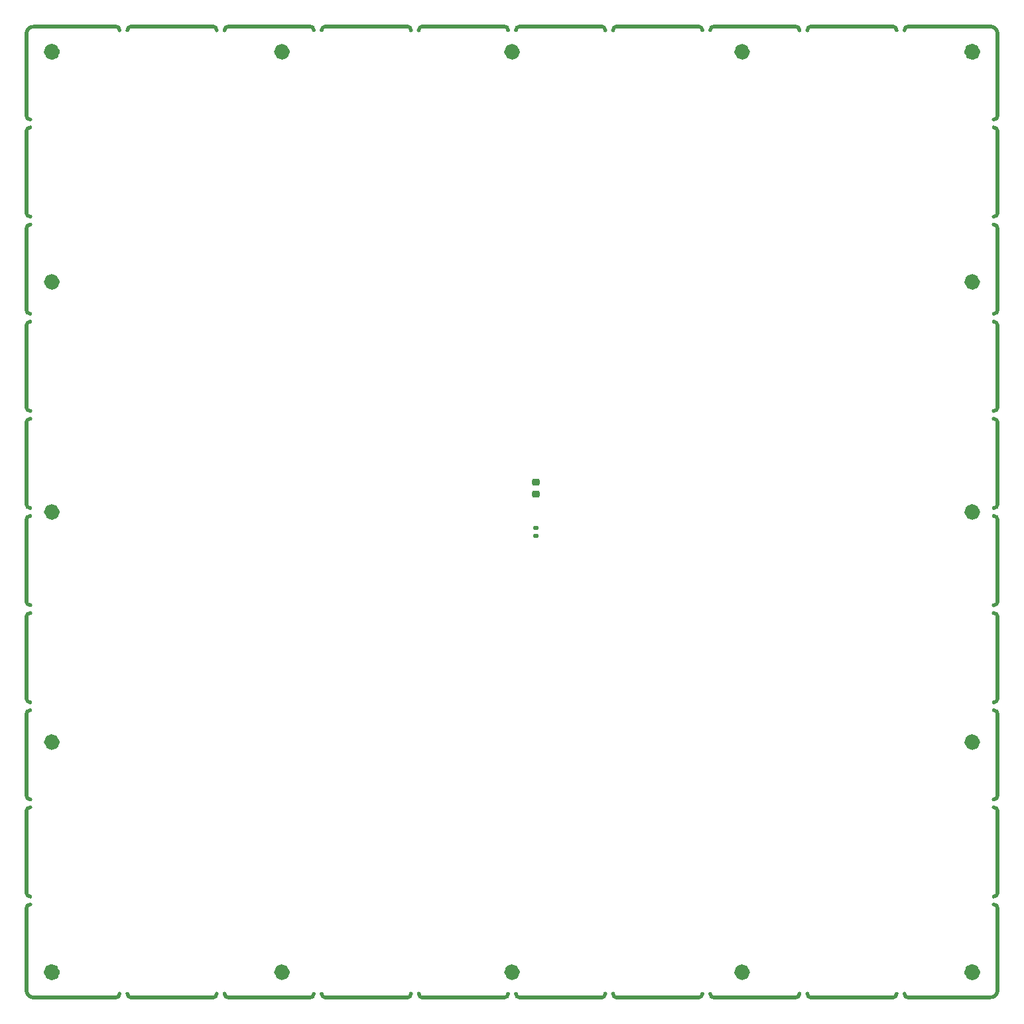
<source format=gtp>
G04 #@! TF.GenerationSoftware,KiCad,Pcbnew,7.0.9-7.0.9~ubuntu23.04.1*
G04 #@! TF.CreationDate,2024-01-10T16:39:01+00:00*
G04 #@! TF.ProjectId,stencil,7374656e-6369-46c2-9e6b-696361645f70,rev?*
G04 #@! TF.SameCoordinates,Original*
G04 #@! TF.FileFunction,Paste,Top*
G04 #@! TF.FilePolarity,Positive*
%FSLAX46Y46*%
G04 Gerber Fmt 4.6, Leading zero omitted, Abs format (unit mm)*
G04 Created by KiCad (PCBNEW 7.0.9-7.0.9~ubuntu23.04.1) date 2024-01-10 16:39:01*
%MOMM*%
%LPD*%
G01*
G04 APERTURE LIST*
G04 Aperture macros list*
%AMRoundRect*
0 Rectangle with rounded corners*
0 $1 Rounding radius*
0 $2 $3 $4 $5 $6 $7 $8 $9 X,Y pos of 4 corners*
0 Add a 4 corners polygon primitive as box body*
4,1,4,$2,$3,$4,$5,$6,$7,$8,$9,$2,$3,0*
0 Add four circle primitives for the rounded corners*
1,1,$1+$1,$2,$3*
1,1,$1+$1,$4,$5*
1,1,$1+$1,$6,$7*
1,1,$1+$1,$8,$9*
0 Add four rect primitives between the rounded corners*
20,1,$1+$1,$2,$3,$4,$5,0*
20,1,$1+$1,$4,$5,$6,$7,0*
20,1,$1+$1,$6,$7,$8,$9,0*
20,1,$1+$1,$8,$9,$2,$3,0*%
G04 Aperture macros list end*
%ADD10C,0.500000*%
%ADD11C,1.000000*%
%ADD12C,1.050000*%
%ADD13RoundRect,0.218750X0.256250X-0.218750X0.256250X0.218750X-0.256250X0.218750X-0.256250X-0.218750X0*%
%ADD14RoundRect,0.135000X-0.185000X0.135000X-0.185000X-0.135000X0.185000X-0.135000X0.185000X0.135000X0*%
G04 APERTURE END LIST*
D10*
X78700000Y-26900000D02*
X89100000Y-26900000D01*
X165500000Y-150900000D02*
X175900000Y-150900000D01*
X201700000Y-27900000D02*
G75*
G03*
X200700000Y-26900000I-1000000J0D01*
G01*
X77700000Y-112700000D02*
G75*
G03*
X78200000Y-113200000I500000J0D01*
G01*
D11*
X81450000Y-88900000D02*
G75*
G03*
X81450000Y-88900000I-500000J0D01*
G01*
D10*
X201700000Y-77500000D02*
G75*
G03*
X201200000Y-77000000I-500000J0D01*
G01*
X201200000Y-88400000D02*
G75*
G03*
X201700000Y-87900000I0J500000D01*
G01*
X77700000Y-52700000D02*
X77700000Y-63100000D01*
X77700000Y-40300000D02*
X77700000Y-50700000D01*
X115900000Y-26900000D02*
X126300000Y-26900000D01*
X177400000Y-150400000D02*
G75*
G03*
X177900000Y-150900000I500000J0D01*
G01*
X200700000Y-150900000D02*
G75*
G03*
X201700000Y-149900000I0J1000000D01*
G01*
D12*
X81475000Y-30150000D02*
G75*
G03*
X81475000Y-30150000I-525000J0D01*
G01*
D11*
X110825000Y-147650000D02*
G75*
G03*
X110825000Y-147650000I-500000J0D01*
G01*
D10*
X78700000Y-150900000D02*
X89100000Y-150900000D01*
X201200000Y-125600000D02*
G75*
G03*
X201700000Y-125100000I0J500000D01*
G01*
X77700000Y-65100000D02*
X77700000Y-75500000D01*
X177900000Y-26900000D02*
G75*
G03*
X177400000Y-27400000I0J-500000D01*
G01*
X77700000Y-77500000D02*
X77700000Y-87900000D01*
X126800000Y-27400000D02*
G75*
G03*
X126300000Y-26900000I-500000J0D01*
G01*
X77700000Y-114700000D02*
X77700000Y-125100000D01*
X201700000Y-65100000D02*
G75*
G03*
X201200000Y-64600000I-500000J0D01*
G01*
X201200000Y-63600000D02*
G75*
G03*
X201700000Y-63100000I0J500000D01*
G01*
X201700000Y-40300000D02*
G75*
G03*
X201200000Y-39800000I-500000J0D01*
G01*
X190300000Y-150900000D02*
X200700000Y-150900000D01*
X152600000Y-150400000D02*
G75*
G03*
X153100000Y-150900000I500000J0D01*
G01*
X103000000Y-150400000D02*
G75*
G03*
X103500000Y-150900000I500000J0D01*
G01*
X90600000Y-150400000D02*
G75*
G03*
X91100000Y-150900000I500000J0D01*
G01*
X201700000Y-77500000D02*
X201700000Y-87900000D01*
X163500000Y-150900000D02*
G75*
G03*
X164000000Y-150400000I0J500000D01*
G01*
X78200000Y-89400000D02*
G75*
G03*
X77700000Y-89900000I0J-500000D01*
G01*
X201700000Y-127100000D02*
X201700000Y-137500000D01*
X201700000Y-102300000D02*
G75*
G03*
X201200000Y-101800000I-500000J0D01*
G01*
X201700000Y-139500000D02*
X201700000Y-149900000D01*
X153100000Y-150900000D02*
X163500000Y-150900000D01*
X165000000Y-150400000D02*
G75*
G03*
X165500000Y-150900000I500000J0D01*
G01*
X201700000Y-40300000D02*
X201700000Y-50700000D01*
X77700000Y-149900000D02*
G75*
G03*
X78700000Y-150900000I1000000J0D01*
G01*
X103500000Y-26900000D02*
X113900000Y-26900000D01*
X201200000Y-100800000D02*
G75*
G03*
X201700000Y-100300000I0J500000D01*
G01*
D12*
X198975000Y-30150000D02*
G75*
G03*
X198975000Y-30150000I-525000J0D01*
G01*
D10*
X201200000Y-113200000D02*
G75*
G03*
X201700000Y-112700000I0J500000D01*
G01*
X77700000Y-137500000D02*
G75*
G03*
X78200000Y-138000000I500000J0D01*
G01*
X153100000Y-26900000D02*
X163500000Y-26900000D01*
X201700000Y-52700000D02*
X201700000Y-63100000D01*
X78200000Y-139000000D02*
G75*
G03*
X77700000Y-139500000I0J-500000D01*
G01*
X176400000Y-27400000D02*
G75*
G03*
X175900000Y-26900000I-500000J0D01*
G01*
X91100000Y-26900000D02*
G75*
G03*
X90600000Y-27400000I0J-500000D01*
G01*
D11*
X198950000Y-88900000D02*
G75*
G03*
X198950000Y-88900000I-500000J0D01*
G01*
D10*
X115900000Y-150900000D02*
X126300000Y-150900000D01*
X128300000Y-26900000D02*
G75*
G03*
X127800000Y-27400000I0J-500000D01*
G01*
X140200000Y-150400000D02*
G75*
G03*
X140700000Y-150900000I500000J0D01*
G01*
X77700000Y-50700000D02*
G75*
G03*
X78200000Y-51200000I500000J0D01*
G01*
X201700000Y-52700000D02*
G75*
G03*
X201200000Y-52200000I-500000J0D01*
G01*
X139200000Y-27400000D02*
G75*
G03*
X138700000Y-26900000I-500000J0D01*
G01*
D12*
X198975000Y-147650000D02*
G75*
G03*
X198975000Y-147650000I-525000J0D01*
G01*
D10*
X126300000Y-150900000D02*
G75*
G03*
X126800000Y-150400000I0J500000D01*
G01*
X77700000Y-102300000D02*
X77700000Y-112700000D01*
X140700000Y-150900000D02*
X151100000Y-150900000D01*
X115400000Y-150400000D02*
G75*
G03*
X115900000Y-150900000I500000J0D01*
G01*
D12*
X81475000Y-147650000D02*
G75*
G03*
X81475000Y-147650000I-525000J0D01*
G01*
D11*
X169575000Y-30150000D02*
G75*
G03*
X169575000Y-30150000I-500000J0D01*
G01*
D10*
X201700000Y-27900000D02*
X201700000Y-38300000D01*
X177900000Y-26900000D02*
X188300000Y-26900000D01*
D11*
X110825000Y-30150000D02*
G75*
G03*
X110825000Y-30150000I-500000J0D01*
G01*
D10*
X190300000Y-26900000D02*
X200700000Y-26900000D01*
X77700000Y-100300000D02*
G75*
G03*
X78200000Y-100800000I500000J0D01*
G01*
X189800000Y-150400000D02*
G75*
G03*
X190300000Y-150900000I500000J0D01*
G01*
X78200000Y-114200000D02*
G75*
G03*
X77700000Y-114700000I0J-500000D01*
G01*
X77700000Y-127100000D02*
X77700000Y-137500000D01*
X140700000Y-26900000D02*
X151100000Y-26900000D01*
X77700000Y-125100000D02*
G75*
G03*
X78200000Y-125600000I500000J0D01*
G01*
X78200000Y-52200000D02*
G75*
G03*
X77700000Y-52700000I0J-500000D01*
G01*
X77700000Y-139500000D02*
X77700000Y-149900000D01*
X201700000Y-102300000D02*
X201700000Y-112700000D01*
D11*
X140200000Y-147650000D02*
G75*
G03*
X140200000Y-147650000I-500000J0D01*
G01*
D10*
X77700000Y-38300000D02*
G75*
G03*
X78200000Y-38800000I500000J0D01*
G01*
X114400000Y-27400000D02*
G75*
G03*
X113900000Y-26900000I-500000J0D01*
G01*
X201700000Y-114700000D02*
G75*
G03*
X201200000Y-114200000I-500000J0D01*
G01*
D11*
X198950000Y-59525000D02*
G75*
G03*
X198950000Y-59525000I-500000J0D01*
G01*
D10*
X115900000Y-26900000D02*
G75*
G03*
X115400000Y-27400000I0J-500000D01*
G01*
D11*
X140200000Y-30150000D02*
G75*
G03*
X140200000Y-30150000I-500000J0D01*
G01*
D10*
X201700000Y-65100000D02*
X201700000Y-75500000D01*
X201200000Y-38800000D02*
G75*
G03*
X201700000Y-38300000I0J500000D01*
G01*
X103500000Y-26900000D02*
G75*
G03*
X103000000Y-27400000I0J-500000D01*
G01*
X188800000Y-27400000D02*
G75*
G03*
X188300000Y-26900000I-500000J0D01*
G01*
X102000000Y-27400000D02*
G75*
G03*
X101500000Y-26900000I-500000J0D01*
G01*
X175900000Y-150900000D02*
G75*
G03*
X176400000Y-150400000I0J500000D01*
G01*
X138700000Y-150900000D02*
G75*
G03*
X139200000Y-150400000I0J500000D01*
G01*
X78200000Y-77000000D02*
G75*
G03*
X77700000Y-77500000I0J-500000D01*
G01*
X140700000Y-26900000D02*
G75*
G03*
X140200000Y-27400000I0J-500000D01*
G01*
X151600000Y-27400000D02*
G75*
G03*
X151100000Y-26900000I-500000J0D01*
G01*
X190300000Y-26900000D02*
G75*
G03*
X189800000Y-27400000I0J-500000D01*
G01*
X201200000Y-76000000D02*
G75*
G03*
X201700000Y-75500000I0J500000D01*
G01*
X91100000Y-26900000D02*
X101500000Y-26900000D01*
X77700000Y-87900000D02*
G75*
G03*
X78200000Y-88400000I500000J0D01*
G01*
X164000000Y-27400000D02*
G75*
G03*
X163500000Y-26900000I-500000J0D01*
G01*
X77700000Y-27900000D02*
X77700000Y-38300000D01*
X151100000Y-150900000D02*
G75*
G03*
X151600000Y-150400000I0J500000D01*
G01*
X201700000Y-89900000D02*
X201700000Y-100300000D01*
X127800000Y-150400000D02*
G75*
G03*
X128300000Y-150900000I500000J0D01*
G01*
X89600000Y-27400000D02*
G75*
G03*
X89100000Y-26900000I-500000J0D01*
G01*
D11*
X81450000Y-59525000D02*
G75*
G03*
X81450000Y-59525000I-500000J0D01*
G01*
D10*
X201200000Y-51200000D02*
G75*
G03*
X201700000Y-50700000I0J500000D01*
G01*
X77700000Y-63100000D02*
G75*
G03*
X78200000Y-63600000I500000J0D01*
G01*
X78200000Y-101800000D02*
G75*
G03*
X77700000Y-102300000I0J-500000D01*
G01*
D11*
X81450000Y-118275000D02*
G75*
G03*
X81450000Y-118275000I-500000J0D01*
G01*
D10*
X128300000Y-26900000D02*
X138700000Y-26900000D01*
X165500000Y-26900000D02*
X175900000Y-26900000D01*
X201700000Y-127100000D02*
G75*
G03*
X201200000Y-126600000I-500000J0D01*
G01*
X89100000Y-150900000D02*
G75*
G03*
X89600000Y-150400000I0J500000D01*
G01*
D11*
X169575000Y-147650000D02*
G75*
G03*
X169575000Y-147650000I-500000J0D01*
G01*
D10*
X78700000Y-26900000D02*
G75*
G03*
X77700000Y-27900000I0J-1000000D01*
G01*
X201700000Y-139500000D02*
G75*
G03*
X201200000Y-139000000I-500000J0D01*
G01*
X165500000Y-26900000D02*
G75*
G03*
X165000000Y-27400000I0J-500000D01*
G01*
X177900000Y-150900000D02*
X188300000Y-150900000D01*
X153100000Y-26900000D02*
G75*
G03*
X152600000Y-27400000I0J-500000D01*
G01*
X78200000Y-39800000D02*
G75*
G03*
X77700000Y-40300000I0J-500000D01*
G01*
X201700000Y-114700000D02*
X201700000Y-125100000D01*
D11*
X198950000Y-118275000D02*
G75*
G03*
X198950000Y-118275000I-500000J0D01*
G01*
D10*
X77700000Y-75500000D02*
G75*
G03*
X78200000Y-76000000I500000J0D01*
G01*
X101500000Y-150900000D02*
G75*
G03*
X102000000Y-150400000I0J500000D01*
G01*
X201700000Y-89900000D02*
G75*
G03*
X201200000Y-89400000I-500000J0D01*
G01*
X78200000Y-126600000D02*
G75*
G03*
X77700000Y-127100000I0J-500000D01*
G01*
X91100000Y-150900000D02*
X101500000Y-150900000D01*
X128300000Y-150900000D02*
X138700000Y-150900000D01*
X78200000Y-64600000D02*
G75*
G03*
X77700000Y-65100000I0J-500000D01*
G01*
X201200000Y-138000000D02*
G75*
G03*
X201700000Y-137500000I0J500000D01*
G01*
X77700000Y-89900000D02*
X77700000Y-100300000D01*
X103500000Y-150900000D02*
X113900000Y-150900000D01*
X113900000Y-150900000D02*
G75*
G03*
X114400000Y-150400000I0J500000D01*
G01*
X188300000Y-150900000D02*
G75*
G03*
X188800000Y-150400000I0J500000D01*
G01*
D13*
G04 #@! TO.C,D101*
X142748000Y-86639500D03*
X142748000Y-85064500D03*
G04 #@! TD*
D14*
G04 #@! TO.C,R101*
X142748000Y-90931999D03*
X142748000Y-91951999D03*
G04 #@! TD*
M02*

</source>
